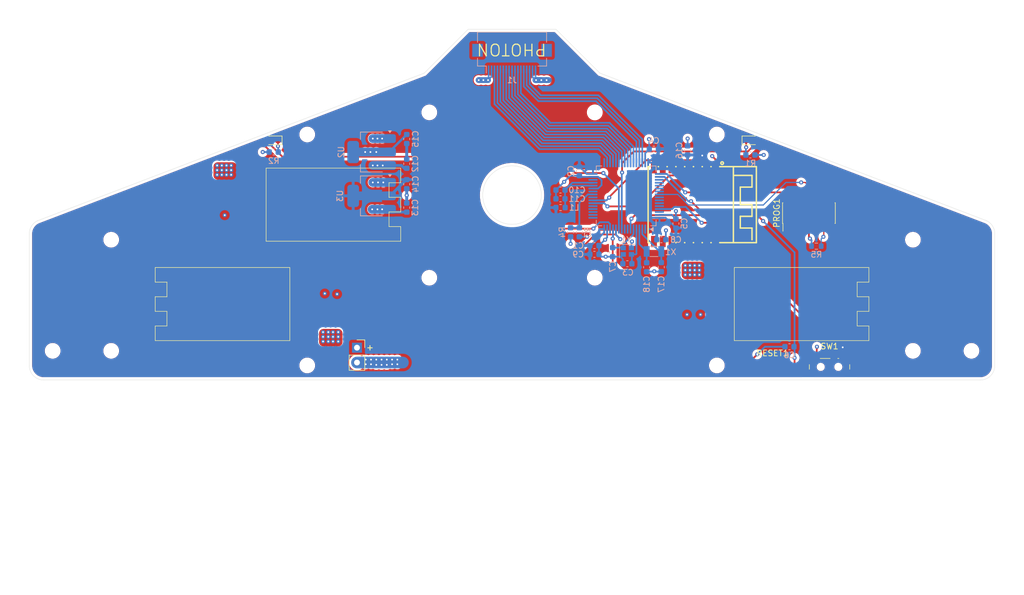
<source format=kicad_pcb>
(kicad_pcb (version 20240108) (generator "pcbnew") (generator_version "8.0")
  (layers (0 "F.Cu" signal) (1 "In1.Cu" signal) (2 "In2.Cu" signal) (31 "B.Cu" signal) (34 "B.Paste" user) (35 "F.Paste" user) (36 "B.SilkS" user "B.Silkscreen") (37 "F.SilkS" user "F.Silkscreen") (38 "B.Mask" user) (39 "F.Mask" user) (44 "Edge.Cuts" user))
  (net 0 "")
  (net 1 "GND")
  (net 2 "+3.3V")
  (net 3 "/HSE_IN")
  (net 4 "NRST")
  (net 5 "/HSE_OUT")
  (net 6 "VREF+")
  (net 7 "Net-(C12-Pad2)")
  (net 8 "VDC")
  (net 9 "+5V")
  (net 10 "/LSE_IN")
  (net 11 "/LSE_OUT")
  (net 12 "Net-(D1-K)")
  (net 13 "LED2")
  (net 14 "Net-(D2-K)")
  (net 15 "LED1")
  (net 16 "SENSOR5")
  (net 17 "SENSOR12")
  (net 18 "SENSOR7")
  (net 19 "LEDON")
  (net 20 "SENSOR9")
  (net 21 "SENSOR8")
  (net 22 "SENSOR10")
  (net 23 "SENSOR3")
  (net 24 "SENSOR4")
  (net 25 "SENSOR11")
  (net 26 "SENSOR6")
  (net 27 "SENSOR1")
  (net 28 "SENSOR2")
  (net 29 "+3V3")
  (net 30 "SYS_JTCK_SWCLK")
  (net 31 "SYS_JTMS_SWDIO")
  (net 32 "ADC")
  (net 33 "BOOT0")
  (net 34 "L_MOTOR")
  (net 35 "R_MOTOR")
  (net 36 "PA2")
  (net 37 "PA7")
  (net 38 "PB10")
  (net 39 "PA15")
  (net 40 "PB9")
  (net 41 "PB4")
  (net 42 "PB5")
  (net 43 "PC0")
  (net 44 "PB0")
  (net 45 "PB6")
  (net 46 "PB2")
  (net 47 "PA4")
  (net 48 "PB11")
  (net 50 "PB7")
  (net 51 "PC5")
  (net 52 "PD2")
  (net 53 "PA5")
  (net 54 "PA3")
  (net 55 "PC12")
  (net 56 "PC4")
  (net 57 "PC1")
  (net 58 "PA6")
  (net 60 "PC11")
  (net 61 "PC10")
  (net 77 "SYS_JTDO_SWO")
  (net 78 "Net-(PROG1-Pin_11)")
  (footprint "MountingHole:MountingHole_2.2mm_M2" (layer "F.Cu") (at 197.5 122.5)
    (property "Reference" "REF**" (hide yes))
    (property "Value" "MountingHole_2.2mm_M2" (hide yes))
  )
  (footprint "MountingHole:MountingHole_2.2mm_M2" (layer "F.Cu") (at 127.5 83)
    (property "Reference" "REF**" (hide yes))
    (property "Value" "MountingHole_2.2mm_M2" (hide yes))
  )
  (footprint "Connector:esc_littlebee" (layer "F.Cu") (at 124.525 105.75)
    (property "Reference" "REF**" (hide yes))
    (property "Value" "esc_littlebee")
  )
  (footprint "MountingHole:MountingHole_2.2mm_M2" (layer "F.Cu") (at 231 120)
    (property "Reference" "REF**" (hide yes))
    (property "Value" "MountingHole_2.2mm_M2" (hide yes))
  )
  (footprint "Button_Switch_SMD:SW_SPDT_PCM12" (layer "F.Cu") (at 216.75 122.425)
    (property "Reference" "SW1")
    (property "Value" "SW_DPDT_x2")
  )
  (footprint "MountingHole:MountingHole_2.2mm_M2" (layer "F.Cu") (at 148.36 107.5)
    (property "Reference" "REF**" (hide yes))
    (property "Value" "MountingHole_2.2mm_M2" (hide yes))
  )
  (footprint "MountingHole:MountingHole_2.2mm_M2" (layer "F.Cu") (at 148.36 79.22)
    (property "Reference" "REF**" (hide yes))
    (property "Value" "MountingHole_2.2mm_M2" (hide yes))
  )
  (footprint "MountingHole:MountingHole_2.2mm_M2" (layer "F.Cu") (at 84 120)
    (property "Reference" "REF**" (hide yes))
    (property "Value" "MountingHole_2.2mm_M2" (hide yes))
  )
  (footprint "MountingHole:MountingHole_2.2mm_M2" (layer "F.Cu") (at 241 120)
    (property "Reference" "REF**" (hide yes))
    (property "Value" "MountingHole_2.2mm_M2" (hide yes))
  )
  (footprint "MountingHole:MountingHole_2.2mm_M2" (layer "F.Cu") (at 127.5 122.5)
    (property "Reference" "REF**" (hide yes))
    (property "Value" "MountingHole_2.2mm_M2" (hide yes))
  )
  (footprint "MountingHole:MountingHole_2.2mm_M2" (layer "F.Cu") (at 176.64 79.22)
    (property "Reference" "REF**" (hide yes))
    (property "Value" "MountingHole_2.2mm_M2" (hide yes))
  )
  (footprint "Connector:esc_littlebee" (layer "F.Cu") (at 200.475 118.25 180)
    (property "Reference" "REF**" (hide yes))
    (property "Value" "esc_littlebee")
  )
  (footprint "LED_SMD:LED_0603_1608Metric" (layer "F.Cu") (at 203.2875 84)
    (property "Reference" "D1" (hide yes))
    (property "Value" "LED")
  )
  (footprint "MountingHole:MountingHole_2.2mm_M2" (layer "F.Cu") (at 176.64 107.5)
    (property "Reference" "REF**" (hide yes))
    (property "Value" "MountingHole_2.2mm_M2" (hide yes))
  )
  (footprint "MountingHole:MountingHole_2.2mm_M2" (layer "F.Cu") (at 94 101)
    (property "Reference" "REF**" (hide yes))
    (property "Value" "MountingHole_2.2mm_M2")
  )
  (footprint "hc-04:hc-04" (layer "F.Cu") (at 192 95 -90)
    (property "Reference" "U4" (hide yes))
    (property "Value" "HC-04S" (hide yes))
  )
  (footprint "Connector_PinSocket_2.54mm:PinSocket_1x02_P2.54mm_Vertical" (layer "F.Cu") (at 136 119.46)
    (property "Reference" "VIN1" (hide yes))
    (property "Value" "Conn_01x02" (hide yes))
  )
  (footprint "Connector_PinHeader_1.27mm:PinHeader_2x07_P1.27mm_Vertical_SMD" (layer "F.Cu") (at 213.23 96.45 90)
    (property "Reference" "PROG1")
    (property "Value" "Conn_02x07_Odd_Even")
  )
  (footprint "MountingHole:MountingHole_2.2mm_M2" (layer "F.Cu") (at 94 120)
    (property "Reference" "REF**" (hide yes))
    (property "Value" "MountingHole_2.2mm_M2" (hide yes))
  )
  (footprint "Button_Switch_SMD:SW_SPST_CK_RS282G05A3" (layer "F.Cu") (at 207 123)
    (property "Reference" "RESET1")
    (property "Value" "SW_SPST")
  )
  (footprint "MountingHole:MountingHole_2.2mm_M2" (layer "F.Cu") (at 231 101)
    (property "Reference" "REF**" (hide yes))
    (property "Value" "MountingHole_2.2mm_M2" (hide yes))
  )
  (footprint "MountingHole:MountingHole_2.2mm_M2" (layer "F.Cu") (at 197.5 83)
    (property "Reference" "REF**" (hide yes))
    (property "Value" "MountingHole_2.2mm_M2" (hide yes))
  )
  (footprint "LED_SMD:LED_0603_1608Metric" (layer "F.Cu") (at 121.7125 84 180)
    (property "Reference" "D2" (hide yes))
    (property "Value" "LED" (hide yes))
  )
  (footprint "Connector:esc_littlebee" (layer "F.Cu") (at 120.475 101.25 180)
    (property "Reference" "REF**" (hide yes))
    (property "Value" "esc_littlebee" (hide yes))
  )
  (footprint "Inductor_SMD:L_0603_1608Metric" (layer "B.Cu") (at 170.7875 95.5)
    (property "Reference" "L1")
    (property "Value" "27nH")
  )
  (footprint "Capacitor_SMD:C_0603_1608Metric" (layer "B.Cu") (at 179.7 103.125 -90)
    (property "Reference" "C7")
    (property "Value" "6p8")
  )
  (footprint "Capacitor_SMD:C_0603_1608Metric" (layer "B.Cu") (at 188 105.675 90)
    (property "Reference" "C17")
    (property "Value" "5p1")
  )
  (footprint "Capacitor_SMD:C_0603_1608Metric" (layer "B.Cu") (at 188 101)
    (property "Reference" "C8")
    (property "Value" "100n")
  )
  (footprint "Capacitor_SMD:C_0603_1608Metric" (layer "B.Cu") (at 144.5 83.775 -90)
    (property "Reference" "C15")
    (property "Value" "10u")
  )
  (footprint "Capacitor_SMD:C_0603_1608Metric" (layer "B.Cu") (at 190.5 98.225 90)
    (property "Reference" "C5")
    (property "Value" "100n")
  )
  (footprint "Package_QFP:LQFP-64_10x10mm_P0.5mm" (layer "B.Cu") (at 182 93.5 90)
    (property "Reference" "U1" (hide yes))
    (property "Value" "STM32G474RBTx")
  )
  (footprint "Package_TO_SOT_SMD:SOT-223-3_TabPin2" (layer "B.Cu") (at 138.5 93.5 180)
    (property "Reference" "U3")
    (property "Value" "LM1117MP-3.3")
  )
  (footprint "Capacitor_SMD:C_0603_1608Metric" (layer "B.Cu") (at 186.725 85.5 180)
    (property "Reference" "C4")
    (property "Value" "100n")
  )
  (footprint "Capacitor_SMD:C_0603_1608Metric" (layer "B.Cu") (at 174 89.275 -90)
    (property "Reference" "C2")
    (property "Value" "100n")
  )
  (footprint "Capacitor_SMD:C_0603_1608Metric" (layer "B.Cu") (at 185.5 105.7 90)
    (property "Reference" "C18")
    (property "Value" "5p1")
  )
  (footprint "Crystal:Crystal_SMD_2016-4Pin_2.0x1.6mm" (layer "B.Cu") (at 182.2 102.95)
    (property "Reference" "Y1")
    (property "Value" "Crystal_GND24" (hide yes))
  )
  (footprint "Package_TO_SOT_SMD:SOT-223-3_TabPin2" (layer "B.Cu") (at 138.5 86 180)
    (property "Reference" "U2")
    (property "Value" "LM1117MP-5.0")
  )
  (footprint "Capacitor_SMD:C_0603_1608Metric" (layer "B.Cu") (at 203.225 86.5)
    (property "Reference" "R1")
    (property "Value" "510")
  )
  (footprint "Capacitor_SMD:C_0603_1608Metric" (layer "B.Cu") (at 182.2 105.1 180)
    (property "Reference" "C3")
    (property "Value" "6p8")
  )
  (footprint "Capacitor_SMD:C_0603_1608Metric" (layer "B.Cu") (at 144.5 95.5 90)
    (property "Reference" "C13")
    (property "Value" "10u")
  )
  (footprint "Capacitor_SMD:C_0603_1608Metric" (layer "B.Cu") (at 121.775 86 180)
    (property "Reference" "R2")
    (property "Value" "510")
  )
  (footprint "Capacitor_SMD:C_0603_1608Metric" (layer "B.Cu") (at 144.5 91.5 -90)
    (property "Reference" "C14")
    (property "Value" "10u")
  )
  (footprint "Connector_FFC-FPC:Hirose_FH12-17S-0.5SH_1x17-1MP_P0.50mm_Horizontal" (layer "B.Cu") (at 162.5 70)
    (property "Reference" "J1")
    (property "Value" "Conn_01x17")
  )
  (footprint "Capacitor_SMD:C_0603_1608Metric" (layer "B.Cu") (at 144.5 88 90)
    (property "Reference" "C12")
    (property "Value" "10u")
  )
  (footprint "Capacitor_SMD:C_0603_1608Metric" (layer "B.Cu") (at 174 99.725 90)
    (property "Reference" "R3")
    (property "Value" "330K")
  )
  (footprint "Capacitor_SMD:C_0603_1608Metric" (layer "B.Cu") (at 176.575 102)
    (property "Reference" "C1")
    (property "Value" "4u7")
  )
  (footprint "Capacitor_SMD:C_0603_1608Metric" (layer "B.Cu") (at 209.9 119.3)
    (property "Reference" "C6")
    (property "Value" "100n")
  )
  (footprint "Capacitor_SMD:C_0603_1608Metric" (layer "B.Cu") (at 172.5 99.725 -90)
    (property "Reference" "R4")
    (property "Value" "200K")
  )
  (footprint "Capacitor_SMD:C_0603_1608Metric" (layer "B.Cu") (at 176.575 103.5)
    (property "Reference" "C9")
    (property "Value" "100n")
  )
  (footprint "Capacitor_SMD:C_0603_1608Metric" (layer "B.Cu") (at 170.775 92.5 180)
    (property "Reference" "C10")
    (property "Value" "1u")
  )
  (footprint "Capacitor_SMD:C_0603_1608Metric" (layer "B.Cu") (at 192.5 85.725 -90)
    (property "Reference" "C16")
    (property "Value" "0.1u")
  )
  (footprint "Capacitor_SMD:C_0603_1608Metric" (layer "B.Cu") (at 170.775 94 180)
    (property "Reference" "C11")
    (property "Value" "100n")
  )
  (footprint "Crystal:Crystal_SMD_3215-2Pin_3.2x1.5mm" (layer "B.Cu") (at 186.75 103 180)
    (property "Reference" "X1")
    (property "Value" "32.768KHz" (hide yes))
  )
  (footprint "Resistor_SMD:R_0603_1608Metric" (layer "B.Cu") (at 214.5 102.1)
    (property "Reference" "R5")
    (property "Value" "100R")
  )
  (gr_circle (center 162.5 93.36) (end 167.5 93.36) (stroke (width 0.05)) (fill none) (layer "Edge.Cuts"))
  (gr_arc (start 245 122.5) (mid 244.267767 124.267767) (end 242.5 125) (stroke (width 0.05)) (layer "Edge.Cuts"))
  (gr_arc (start 82.5 125) (mid 80.732233 124.267767) (end 80 122.5) (stroke (width 0.05)) (layer "Edge.Cuts"))
  (gr_line (start 170 65) (end 162.5 65) (stroke (width 0.05)) (layer "Edge.Cuts"))
  (gr_line (start 147.5 72.5) (end 155 65) (stroke (width 0.05)) (layer "Edge.Cuts"))
  (gr_line (start 245 122.5) (end 245 100) (stroke (width 0.05)) (layer "Edge.Cuts"))
  (gr_line (start 82.5 125) (end 242.5 125) (stroke (width 0.05)) (layer "Edge.Cuts"))
  (gr_line (start 243.618034 97.763932) (end 177.5 72.5) (stroke (width 0.05)) (layer "Edge.Cuts"))
  (gr_arc (start 243.618034 97.763932) (mid 244.626627 98.685672) (end 245 100) (stroke (width 0.05)) (layer "Edge.Cuts"))
  (gr_line (start 81.381966 97.763932) (end 147.5 72.5) (stroke (width 0.05)) (layer "Edge.Cuts"))
  (gr_arc (start 80 100) (mid 80.373373 98.685672) (end 81.381966 97.763932) (stroke (width 0.05)) (layer "Edge.Cuts"))
  (gr_line (start 80 122.5) (end 80 100) (stroke (width 0.05)) (layer "Edge.Cuts"))
  (gr_line (start 155 65) (end 162.5 65) (stroke (width 0.05)) (layer "Edge.Cuts"))
  (gr_line (start 177.5 72.5) (end 170 65) (stroke (width 0.05)) (layer "Edge.Cuts"))
  (gr_text "PHOTON" (at 168.5 67.3 180) (layer "F.SilkS") (effects (font (size 2 2) (thickness 0.2) (bold yes)) (justify left bottom)))
  (gr_text "+" (at 137.5 120 0) (layer "F.SilkS") (effects (font (size 1 1) (thickness 0.16)) (justify left bottom)))
  (segment (start 204.4 120.6) (end 203.1 121.9) (width 0.3) (layer "F.Cu") (net 1))
  (segment (start 203.1 121.9) (end 203.1 123) (width 0.3) (layer "F.Cu") (net 1))
  (segment (start 197.2501 87.2501) (end 196.7 86.7) (width 0.3) (layer "F.Cu") (net 1))
  (segment (start 213.23 98.4) (end 213.23 100.63) (width 0.3) (layer "F.Cu") (net 1))
  (segment (start 196.7 86.7) (end 196.6 86.6) (width 0.3) (layer "F.Cu") (net 1))
  (segment (start 213.23 100.63) (end 213.4 100.8) (width 0.3) (layer "F.Cu") (net 1))
  (segment (start 197.2501 88.7002) (end 197.2501 87.2501) (width 0.3) (layer "F.Cu") (net 1))
  (segment (start 214.5 120.995) (end 214.6 119.3) (width 0.3) (layer "F.Cu") (net 1))
  (segment (start 211.96 98.4) (end 213.23 98.4) (width 0.3) (layer "F.Cu") (net 1))
  (segment (start 214.6 119.3) (end 214.5 119.3) (width 0.3) (layer "F.Cu") (net 1))
  (via (at 137.5 122.3) (size 0.7) (drill 0.3) (layers "F.Cu" "B.Cu") (net 1))
  (via (at 204.4 120.6) (size 0.7) (drill 0.3) (layers "F.Cu" "B.Cu") (net 1))
  (via (at 140.3 83.7) (size 0.7) (drill 0.3) (layers "F.Cu" "B.Cu") (net 1))
  (via (at 130.5 110.2) (size 0.7) (drill 0.3) (layers "F.Cu" "B.Cu") (net 1))
  (via (at 138.4 121.5) (size 0.7) (drill 0.3) (layers "F.Cu" "B.Cu") (net 1))
  (via (at 194.5 105.4) (size 0.7) (drill 0.3) (layers "F.Cu" "B.Cu") (net 1))
  (via (at 178.4 101) (size 0.7) (drill 0.3) (layers "F.Cu" "B.Cu") (net 1))
  (via (at 178.5 103.9) (size 0.7) (drill 0.3) (layers "F.Cu" "B.Cu") (net 1))
  (via (at 138.7 83.7) (size 0.7) (drill 0.3) (layers "F.Cu" "B.Cu") (net 1))
  (via (at 114.5 89.9) (size 0.7) (drill 0.3) (layers "F.Cu" "B.Cu") (net 1))
  (via (at 141.1 122.4) (size 0.7) (drill 0.3) (layers "F.Cu" "B.Cu") (net 1))
  (via (at 186.8 106.4) (size 0.7) (drill 0.3) (layers "F.Cu" "B.Cu") (net 1))
  (via (at 113.7 88.3) (size 0.7) (drill 0.3) (layers "F.Cu" "B.Cu") (net 1))
  (via (at 138.4 122.3) (size 0.7) (drill 0.3) (layers "F.Cu" "B.Cu") (net 1))
  (via (at 142 121.5) (size 0.7) (drill 0.3) (layers "F.Cu" "B.Cu") (net 1))
  (via (at 112.9 89.9) (size 0.7) (drill 0.3) (layers "F.Cu" "B.Cu") (net 1))
  (via (at 113.4 96.8) (size 0.7) (drill 0.3) (layers "F.Cu" "B.Cu") (net 1))
  (via (at 114.5 89.1) (size 0.7) (drill 0.3) (layers "F.Cu" "B.Cu") (net 1))
  (via (at 192.9 107) (size 0.7) (drill 0.3) (layers "F.Cu" "B.Cu") (net 1))
  (via (at 192.1 107) (size 0.7) (drill 0.3) (layers "F.Cu" "B.Cu") (net 1))
  (via (at 139.3 122.4) (size 0.7) (drill 0.3) (layers "F.Cu" "B.Cu") (net 1))
  (via (at 193.7 106.2) (size 0.7) (drill 0.3) (layers "F.Cu" "B.Cu") (net 1))
  (via (at 137.5 121.5) (size 0.7) (drill 0.3) (layers "F.Cu" "B.Cu") (net 1))
  (via (at 112.9 89.1) (size 0.7) (drill 0.3) (layers "F.Cu" "B.Cu") (net 1))
  (via (at 130.2 117.6) (size 0.7) (drill 0.3) (layers "F.Cu" "B.Cu") (net 1))
  (via (at 130.2 118.4) (size 0.7) (drill 0.3) (layers "F.Cu" "B.Cu") (net 1))
  (via (at 139.5 83.7) (size 0.7) (drill 0.3) (layers "F.Cu" "B.Cu") (net 1))
  (via (at 192.4 113.8) (size 0.7) (drill 0.3) (layers "F.Cu" "B.Cu") (net 1))
  (via (at 140.5 91.2) (size 0.7) (drill 0.3) (layers "F.Cu" "B.Cu") (net 1))
  (via (at 114.5 88.3) (size 0.7) (drill 0.3) (layers "F.Cu" "B.Cu") (net 1))
  (via (at 131.9 118.4) (size 0.7) (drill 0.3) (layers "F.Cu" "B.Cu") (net 1))
  (via (at 188.8 99.4) (size 0.7) (drill 0.3) (layers "F.Cu" "B.Cu") (net 1))
  (via (at 131.9 116.8) (size 0.7) (drill 0.3) (layers "F.Cu" "B.Cu") (net 1))
  (via (at 112.9 88.3) (size 0.7) (drill 0.3) (layers "F.Cu" "B.Cu") (net 1))
  (via (at 131.1 117.6) (size 0.7) (drill 0.3) (layers "F.Cu" "B.Cu") (net 1))
  (via (at 142 122.3) (size 0.7) (drill 0.3) (layers "F.Cu" "B.Cu") (net 1))
  (via (at 141.1 121.5) (size 0.7) (drill 0.3) (layers "F.Cu" "B.Cu") (net 1))
  (via (at 171.4 91.1) (size 0.7) (drill 0.3) (layers "F.Cu" "B.Cu") (net 1))
  (via (at 140.2 121.5) (size 0.7) (drill 0.3) (layers "F.Cu" "B.Cu") (net 1))
  (via (at 132.6 110.3) (size 0.7) (drill 0.3) (layers "F.Cu" "B.Cu") (net 1))
  (via (at 167.5 73.7) (size 0.7) (drill 0.3) (layers "F.Cu" "B.Cu") (net 1))
  (via (at 140.2 122.4) (size 0.7) (drill 0.3) (layers "F.Cu" "B.Cu") (net 1))
  (via (at 132.8 116.8) (size 0.7) (drill 0.3) (layers "F.Cu" "B.Cu") (net 1))
  (via (at 168.4 73.7) (size 0.7) (drill 0.3) (layers "F.Cu" "B.Cu") (net 1))
  (via (at 132.8 117.6) (size 0.7) (drill 0.3) (layers "F.Cu" "B.Cu") (net 1))
  (via (at 183 101.3) (size 0.7) (drill 0.3) (layers "F.Cu" "B.Cu") (net 1))
  (via (at 194.5 107) (size 0.7) (drill 0.3) (layers "F.Cu" "B.Cu") (net 1))
  (via (at 131.1 116.8) (size 0.7) (drill 0.3) (layers "F.Cu" "B.Cu") (net 1))
  (via (at 112.1 89.9) (size 0.7) (drill 0.3) (layers "F.Cu" "B.Cu") (net 1))
  (via (at 214.6 119.3) (size 0.7) (drill 0.3) (layers "F.Cu" "B.Cu") (net 1))
  (via (at 113.7 89.1) (size 0.7) (drill 0.3) (layers "F.Cu" "B.Cu") (net 1))
  (via (at 142.9 121.5) (size 0.7) (drill 0.3) (layers "F.Cu" "B.Cu") (net 1))
  (via (at 192.5 83.7) (size 0.7) (drill 0.3) (layers "F.Cu" "B.Cu") (net 1))
  (via (at 192.9 105.4) (size 0.7) (drill 0.3) (layers "F.Cu" "B.Cu") (net 1))
  (via (at 130.2 116.8) (size 0.7) (drill 0.3) (layers "F.Cu" "B.Cu") (net 1))
  (via (at 142.9 122.3) (size 0.7) (drill 0.3) (layers "F.Cu" "B.Cu") (net 1))
  (via (at 193.7 105.4) (size 0.7) (drill 0.3) (layers "F.Cu" "B.Cu") (net 1))
  (via (at 192.9 106.2) (size 0.7) (drill 0.3) (layers "F.Cu" "B.Cu") (net 1))
  (via (at 119.9 86) (size 0.7) (drill 0.3) (layers "F.Cu" "B.Cu") (net 1))
  (via (at 132.8 118.4) (size 0.7) (drill 0.3) (layers "F.Cu" "B.Cu") (net 1))
  (via (at 113.7 89.9) (size 0.7) (drill 0.3) (layers "F.Cu" "B.Cu") (net 1))
  (via (at 131.1 118.4) (size 0.7) (drill 0.3) (layers "F.Cu" "B.Cu") (net 1))
  (via (at 194.5 106.2) (size 0.7) (drill 0.3) (layers "F.Cu" "B.Cu") (net 1))
  (via (at 139.3 121.5) (size 0.7) (drill 0.3) (layers "F.Cu" "B.Cu") (net 1))
  (via (at 194.7 113.8) (size 0.7) (drill 0.3) (layers "F.Cu" "B.Cu") (net 1))
  (via (at 196.7 86.7) (size 0.7) (drill 0.3) (layers "F.Cu" "B.Cu") (net 1))
  (via (at 144.5 93.4) (size 0.7) (drill 0.3) (layers "F.Cu" "B.Cu") (net 1))
  (via (at 193.7 107) (size 0.7) (drill 0.3) (layers "F.Cu" "B.Cu") (net 1))
  (via (at 166.6 73.7) (size 0.7) (drill 0.3) (layers "F.Cu" "B.Cu") (net 1))
  (via (at 185.9 83.8) (size 0.7) (drill 0.3) (layers "F.Cu" "B.Cu") (net 1))
  (via (at 192.1 106.2) (size 0.7) (drill 0.3) (layers "F.Cu" "B.Cu") (net 1))
  (via (at 213.4 100.8) (size 0.7) (drill 0.3) (layers "F.Cu" "B.Cu") (net 1))
  (via (at 192.1 105.4) (size 0.7) (drill 0.3) (layers "F.Cu" "B.Cu") (net 1))
  (via (at 138.7 91.2) (size 0.7) (drill 0.3) (layers "F.Cu" "B.Cu") (net 1))
  (via (at 112.1 89.1) (size 0.7) (drill 0.3) (layers "F.Cu" "B.Cu") (net 1))
  (via (at 205.5 86.5) (size 0.7) (drill 0.3) (layers "F.Cu" "B.Cu") (net 1))
  (via (at 131.9 117.6) (size 0.7) (drill 0.3) (layers "F.Cu" "B.Cu") (net 1))
  (via (at 190.5 96.1) (size 0.7) (drill 0.3) (layers "F.Cu" "B.Cu") (net 1))
  (via (at 139.6 91.2) (size 0.7) (drill 0.3) (layers "F.Cu" "B.Cu") (net 1))
  (via (at 112.1 88.3) (size 0.7) (drill 0.3) (layers "F.Cu" "B.Cu") (net 1))
  (via (at 172.5 101.7) (size 0.7) (drill 0.3) (layers "F.Cu" "B.Cu") (net 1))
  (segment (start 177.75 103.9) (end 177.35 103.5) (width 0.3) (layer "B.Cu") (net 1))
  (segment (start 179.7 103.9) (end 181 103.9) (width 0.3) (layer "B.Cu") (net 1))
  (segment (start 183 101.3) (end 183.1 101.2) (width 0.3) (layer "B.Cu") (net 1))
  (segment (start 204.4 120.6) (end 205.7 119.3) (width 0.3) (layer "B.Cu") (net 1))
  (segment (start 166.5 73.7) (end 168.4 73.7) (width 1) (layer "B.Cu") (net 1))
  (segment (start 185.525 106.45) (end 185.5 106.475) (width 0.3) (layer "B.Cu") (net 1))
  (segment (start 186.85 106.45) (end 186.8 106.4) (width 0.3) (layer "B.Cu") (net 1))
  (segment (start 185.25 86.2) (end 185.95 85.5) (width 0.3) (layer "B.Cu") (net 1))
  (segment (start 172.5 100.5) (end 172.5 101.7) (width 0.3) (layer "B.Cu") (net 1))
  (segment (start 167.5 73.7) (end 166.6 73.7) (width 1) (layer "B.Cu") (net 1))
  (segment (start 192.5 84.95) (end 192.5 83.7) (width 0.3) (layer "B.Cu") (net 1))
  (segment (start 213.675 101.075) (end 213.4 100.8) (width 0.3) (layer "B.Cu") (net 1))
  (segment (start 177.20312 92.25) (end 177.8 91.65312) (width 0.3) (layer "B.Cu") (net 1))
  (segment (start 178.4 101) (end 178.4 100.95) (width 0.3) (layer "B.Cu") (net 1))
  (segment (start 177.8 90.84688) (end 177.20312 90.25) (width 0.3) (layer "B.Cu") (net 1))
  (segment (start 181.425 104.325) (end 181 103.9) (width 0.3) (layer "B.Cu") (net 1))
  (segment (start 140.3 83.7) (end 139.5 83.7) (width 1.5) (layer "B.Cu") (net 1))
  (segment (start 213.675 102) (end 213.675 101.075) (width 0.3) (layer "B.Cu") (net 1))
  (segment (start 172.45 90.05) (end 171.4 91.1) (width 0.3) (layer "B.Cu") (net 1))
  (segment (start 190.5 97.45) (end 189.8 96.75) (width 0.3) (layer "B.Cu") (net 1))
  (segment (start 139.4 91.2) (end 138.7 91.2) (width 1.5) (layer "B.Cu") (net 1))
  (segment (start 204 86.5) (end 205.5 86.5) (width 0.3) (layer "B.Cu") (net 1))
  (segment (start 188.775 101) (end 188.775 99.425) (width 0.3) (layer "B.Cu") (net 1))
  (segment (start 190.5 97.45) (end 190.5 96.1) (width 0.3) (layer "B.Cu") (net 1))
  (segment (start 179.7 103.9) (end 178.5 103.9) (width 0.3) (layer "B.Cu") (net 1))
  (segment (start 166 73.2) (end 166.5 73.7) (width 0.3) (layer "B.Cu") (net 1))
  (segment (start 181.1 103.9) (end 181.5 103.5) (width 0.3) (layer "B.Cu") (net 1))
  (segment (start 166.6 73.7) (end 166.5 73.7) (width 1) (layer "B.Cu") (net 1))
  (segment (start 205.7 119.3) (end 209.125 119.3) (width 0.3) (layer "B.Cu") (net 1))
  (segment (start 140.1 91.2) (end 139.4 91.2) (width 1.5) (layer "B.Cu") (net 1))
  (segment (start 178.4 100.95) (end 178.75 100.6) (width 0.3) (layer "B.Cu") (net 1))
  (segment (start 178.5 103.9) (end 177.75 103.9) (width 0.3) (layer "B.Cu") (net 1))
  (segment (start 166 71.85) (end 166 73.2) (width 0.3) (layer "B.Cu") (net 1))
  (segment (start 185.95 85.5) (end 185.95 83.85) (width 0.3) (layer "B.Cu") (net 1))
  (segment (start 174.2 90.25) (end 176.325 90.25) (width 0.3) (layer "B.Cu") (net 1))
  (segment (start 174 90.05) (end 174.2 90.25) (width 0.3) (layer "B.Cu") (net 1))
  (segment (start 119.9 86) (end 119.8 86) (width 0.3) (layer "B.Cu") (net 1))
  (segment (start 139.5 83.7) (end 138.7 83.7) (width 1.5) (layer "B.Cu") (net 1))
  (segment (start 189.8 96.75) (end 187.675 96.75) (width 0.3) (layer "B.Cu") (net 1))
  (segment (start 174 90.05) (end 172.45 90.05) (width 0.3) (layer "B.Cu") (net 1))
  (segment (start 181.425 105.1) (end 181.425 104.325) (width 0.3) (layer "B.Cu") (net 1))
  (segment (start 185.95 83.85) (end 185.9 83.8) (width 0.3) (layer "B.Cu") (net 1))
  (segment (start 188 106.45) (end 186.85 106.45) (width 0.3) (layer "B.Cu") (net 1))
  (segment (start 176.325 92.25) (end 177.20312 92.25) (width 0.3) (layer "B.Cu") (net 1))
  (segment (start 186.8 106.4) (end 186.75 106.45) (width 0.3) (layer "B.Cu") (net 1))
  (segment (start 144.5 93.4) (end 144.5 92.275) (width 0.5) (layer "B.Cu") (net 1))
  (segment (start 141.65 91.2) (end 140.1 91.2) (width 1.5) (layer "B.Cu") (net 1))
  (segment (start 136 122) (end 143.85 122) (width 2) (layer "B.Cu") (net 1))
  (segment (start 186.75 106.45) (end 185.525 106.45) (width 0.3) (layer "B.Cu") (net 1))
  (segment (start 178.35 101) (end 178.4 101) (width 0.3) (layer "B.Cu") (net 1))
  (segment (start 141.65 83.7) (end 140.3 83.7) (width 1.5) (layer "B.Cu") (net 1))
  (segment (start 177.35 103.5) (end 177.35 102) (width 0.3) (layer "B.Cu") (net 1))
  (segment (start 181 103.9) (end 181.1 103.9) (width 0.3) (layer "B.Cu") (net 1))
  (segment (start 121 86) (end 119.9 86) (width 0.3) (layer "B.Cu") (net 1))
  (segment (start 144.5 94.725) (end 144.5 93.4) (width 0.5) (layer "B.Cu") (net 1))
  (segment (start 177.20312 90.25) (end 176.325 90.25) (width 0.3) (layer "B.Cu") (net 1))
  (segment (start 182.9 102.4) (end 182.9 101.4) (width 0.3) (layer "B.Cu") (net 1))
  (segment (start 177.35 102) (end 178.35 101) (width 0.3) (layer "B.Cu") (net 1))
  (segment (start 188.775 99.425) (end 188.8 99.4) (width 0.3) (layer "B.Cu") (net 1))
  (segment (start 170 94) (end 170 92.5) (width 0.3) (layer "B.Cu") (net 1))
  (segment (start 182.9 101.4) (end 183 101.3) (width 0.3) (layer "B.Cu") (net 1))
  (segment (start 166.5 71.85) (end 166.5 73.7) (width 0.3) (layer "B.Cu") (net 1))
  (segment (start 178.75 100.6) (end 178.75 99.175) (width 0.3) (layer "B.Cu") (net 1))
  (segment (start 171.4 91.1) (end 170 92.5) (width 0.3) (layer "B.Cu") (net 1))
  (segment (start 185.25 87.825) (end 185.25 86.2) (width 0.3) (layer "B.Cu") (net 1))
  (segment (start 168.4 73.7) (end 168.8 73.7) (width 1) (layer "B.Cu") (net 1))
  (segment (start 177.8 91.65312) (end 177.8 90.84688) (width 0.3) (layer "B.Cu") (net 1))
  (segment (start 219 119.4) (end 219 119.3) (width 0.3) (layer "F.Cu") (net 2))
  (segment (start 195.7499 88.6999) (end 195.7499 87.3499) (width 0.3) (layer "F.Cu") (net 2))
  (segment (start 195.7499 87.3499) (end 195 86.6) (width 0.3) (layer "F.Cu") (net 2))
  (segment (start 219 120.995) (end 219 119.4) (width 0.3) (layer "F.Cu") (net 2))
  (via (at 195 86.6) (size 0.7) (drill 0.3) (layers "F.Cu" "B.Cu") (net 2))
  (via (at 219 119.4) (size 0.7) (drill 0.3) (layers "F.Cu" "B.Cu") (net 2))
  (segment (start 185.75 87.825) (end 187.5 86.075) (width 0.3) (layer "B.Cu") (net 2))
  (segment (start 139.3 93.5) (end 141.65 93.5) (width 1.5) (layer "B.Cu") (net 2))
  (segment (start 144.425 90.725) (end 141.65 93.5) (width 0.5) (layer "B.Cu") (net 2))
  (segment (start 194.9 86.5) (end 195 86.6) (width 0.3) (layer "B.Cu") (net 2))
  (segment (start 178.25 99.175) (end 178.25 99.75) (width 0.3) (layer "B.Cu") (net 2))
  (segment (start 144.5 90.725) (end 144.425 90.725) (width 0.3) (layer "B.Cu") (net 2))
  (segment (start 138.3 93.5) (end 139.3 93.5) (width 1.5) (layer "B.Cu") (net 2))
  (segment (start 187.5 86.075) (end 187.5 85.5) (width 0.3) (layer "B.Cu") (net 2))
  (segment (start 176.325 89.75) (end 176.325 89.225) (width 0.3) (layer "B.Cu") (net 2))
  (segment (start 176.325 89.75) (end 175.25 89.75) (width 0.3) (layer "B.Cu") (net 2))
  (segment (start 187.675 97.25) (end 187.675 98.025) (width 0.3) (layer "B.Cu") (net 2))
  (segment (start 187.225 101) (end 187.225 99.825) (width 0.3) (layer "B.Cu") (net 2))
  (segment (start 178.25 99.175) (end 177.825 99.175) (width 0.3) (layer "B.Cu") (net 2))
  (segment (start 186.575 99.175) (end 185.75 99.175) (width 0.3) (layer "B.Cu") (net 2))
  (segment (start 175.8 103.5) (end 175.8 102) (width 0.3) (layer "B.Cu") (net 2))
  (segment (start 137.3 93.5) (end 138.3 93.5) (width 1.5) (layer "B.Cu") (net 2))
  (segment (start 135.35 93.5) (end 137.3 93.5) (width 1.5) (layer "B.Cu") (net 2))
  (segment (start 190.5 99) (end 188.75 97.25) (width 0.3) (layer "B.Cu") (net 2))
  (segment (start 176 102) (end 175.8 102) (width 0.3) (layer "B.Cu") (net 2))
  (segment (start 192.5 86.5) (end 194.9 86.5) (width 0.3) (layer "B.Cu") (net 2))
  (segment (start 178.25 99.75) (end 176 102) (width 0.3) (layer "B.Cu") (net 2))
  (segment (start 174 88.5) (end 175.25 89.75) (width 0.3) (layer "B.Cu") (net 2))
  (segment (start 187.675 97.25) (end 185.95 97.25) (width 0.3) (layer "B.Cu") (net 2))
  (segment (start 186.9 99.5) (end 186.575 99.175) (width 0.3) (layer "B.Cu") (net 2))
  (segment (start 188.75 97.25) (end 187.675 97.25) (width 0.3) (layer "B.Cu") (net 2))
  (segment (start 187.225 99.825) (end 186.9 99.5) (width 0.3) (layer "B.Cu") (net 2))
  (segment (start 183.65 103.5) (end 183.75 103.4) (width 0.3) (layer "B.Cu") (net 3))
  (segment (start 182.975 105.1) (end 182.975 103.575) (width 0.3) (layer "B.Cu") (net 3))
  (segment (start 182.975 103.575) (end 182.9 103.5) (width 0.3) (layer "B.Cu") (net 3))
  (segment (start 183.75 103.4) (end 183.75 99.175) (width 0.3) (layer "B.Cu") (net 3))
  (segment (start 182.9 103.5) (end 183.65 103.5) (width 0.3) (layer "B.Cu") (net 3))
  (segment (start 215.77 95.5) (end 214.47 96.8) (width 0.3) (layer "F.Cu") (net 4))
  (segment (start 204.1 96.8) (end 183.5 96.8) (width 0.3) (layer "F.Cu") (net 4))
  (segment (start 205.4 97.8) (end 204.4 96.8) (width 0.3) (layer "F.Cu") (net 4))
  (segment (start 210.775 122.875) (end 210.775 121.2) (width 0.3) (layer "F.Cu") (net 4))
  (segment (start 215.77 94.5) (end 215.77 95.5) (width 0.3) (layer "F.Cu") (net 4))
  (segment (start 214.47 96.8) (end 204.1 96.8) (width 0.3) (layer "F.Cu") (net 4))
  (segment (start 204.4 96.8) (end 204.1 96.8) (width 0.3) (layer "F.Cu") (net 4))
  (segment (start 183.5 96.8) (end 182.9 97.4) (width 0.3) (layer "F.Cu") (net 4))
  (via (at 210.775 121.2) (size 0.7) (drill 0.3) (layers "F.Cu" "B.Cu") (net 4))
  (via (at 205.4 97.8) (size 0.7) (drill 0.3) (layers "F.Cu" "B.Cu") (net 4))
  (via (at 182.9 97.4) (size 0.7) (drill 0.3) (layers "F.Cu" "B.Cu") (net 4))
  (segment (start 210.775 121.2) (end 210.775 103.175) (width 0.3) (layer "B.Cu") (net 4))
  (segment (start 182.75 97.55) (end 182.9 97.4) (width 0.3) (layer "B.Cu") (net 4))
  (segment (start 182.75 99.175) (end 182.75 97.55) (width 0.3) (layer "B.Cu") (net 4))
  (segment (start 210.775 103.175) (end 205.4 97.8) (width 0.3) (layer "B.Cu") (net 4))
  (segment (start 181.45 102.35) (end 181.5 102.4) (width 0.3) (layer "B.Cu") (net 5))
  (segment (start 179.7 102.35) (end 181.45 102.35) (width 0.3) (layer "B.Cu") (net 5))
  (segment (start 181.5 101.80312) (end 181.5 102.4) (width 0.3) (layer "B.Cu") (net 5))
  (segment (start 183.25 100.05312) (end 181.5 101.80312) (width 0.3) (layer "B.Cu") (net 5))
  (segment (start 183.25 99.175) (end 183.25 100.05312) (width 0.3) (layer "B.Cu") (net 5))
  (segment (start 172.3 91.75) (end 176.325 91.75) (width 0.3) (layer "B.Cu") (net 6))
  (segment (start 172.8 91.25) (end 176.325 91.25) (width 0.3) (layer "B.Cu") (net 6))
  (segment (start 171.575 94.025) (end 171.55 94) (width 0.3) (layer "B.Cu") (net 6))
  (segment (start 171.55 94) (end 171.55 92.5) (width 0.3) (layer "B.Cu") (net 6))
  (segment (start 171.55 92.5) (end 172.8 91.25) (width 0.3) (layer "B.Cu") (net 6))
  (segment (start 171.55 92.5) (end 172.3 91.75) (width 0.3) (layer "B.Cu") (net 6))
  (segment (start 171.575 95.5) (end 171.575 94.025) (width 0.3) (layer "B.Cu") (net 6))
  (segment (start 144.5 87.225) (end 144.5 84.55) (width 0.5) (layer "B.Cu") (net 7))
  (via (at 138.7 88.3) (size 0.7) (drill 0.3) (layers "F.Cu" "B.Cu") (net 8))
  (via (at 139.5 88.3) (size 0.7) (drill 0.3) (layers "F.Cu" "B.Cu") (net 8))
  (via (at 175.3 100.5) (size 0.7) (drill 0.3) (layers "F.Cu" "B.Cu") (net 8))
  (via (at 140.4 88.3) (size 0.7) (drill 0.3) (layers "F.Cu" "B.Cu") (net 8))
  (segment (start 139.5 88.3) (end 138.7 88.3) (width 1.5) (layer "B.Cu") (net 8))
  (segment (start 174 100.5) (end 175.3 100.5) (width 0.3) (layer "B.Cu") (net 8))
  (segment (start 143.6 88.3) (end 141.65 88.3) (width 0.5) (layer "B.Cu") (net 8))
  (segment (start 175.3 100.5) (end 175.4 100.5) (width 0.3) (layer "B.Cu") (net 8))
  (segment (start 140.2 88.3) (end 139.5 88.3) (width 1.5) (layer "B.Cu") (net 8))
  (segment (start 144.075 88.775) (end 143.6 88.3) (width 0.5) (layer "B.Cu") (net 8))
  (segment (start 141.65 88.3) (end 140.2 88.3) (width 1.5) (layer "B.Cu") (net 8))
  (segment (start 144.5 88.775) (end 144.075 88.775) (width 0.3) (layer "B.Cu") (net 8))
  (via (at 158.4 73.7) (size 0.7) (drill 0.3) (layers "F.Cu" "B.Cu") (net 9))
  (via (at 157.6 73.7) (size 0.7) (drill 0.3) (layers "F.Cu" "B.Cu") (net 9))
  (via (at 137.4 86) (size 0.7) (drill 0.3) (layers "F.Cu" "B.Cu") (net 9))
  (via (at 138.6 95.8) (size 0.7) (drill 0.3) (layers "F.Cu" "B.Cu") (net 9))
  (via (at 156.8 73.7) (size 0.7) (drill 0.3) (layers "F.Cu" "B.Cu") (net 9))
  (via (at 139.5 95.8) (size 0.7) (drill 0.3) (layers "F.Cu" "B.Cu") (net 9))
  (via (at 139.3 86) (size 0.7) (drill 0.3) (layers "F.Cu" "B.Cu") (net 9))
  (via (at 138.3 86) (size 0.7) (drill 0.3) (layers "F.Cu" "B.Cu") (net 9))
  (via (at 140.3 95.8) (size 0.7) (drill 0.3) (layers "F.Cu" "B.Cu") (net 9))
  (segment (start 156.8 73.7) (end 158.4 73.7) (width 1) (layer "B.Cu") (net 9))
  (segment (start 138.6 95.8) (end 138.7 95.8) (width 1.5) (layer "B.Cu") (net 9))
  (segment (start 139.5 95.8) (end 138.6 95.8) (width 1.5) (layer "B.Cu") (net 9))
  (segment (start 141.65 85.85) (end 141.65 86) (width 0.3) (layer "B.Cu") (net 9))
  (segment (start 159 71.85) (end 159 73.1) (width 0.3) (layer "B.Cu") (net 9))
  (segment (start 144.5 83) (end 141.65 85.85) (width 0.4) (layer "B.Cu") (net 9))
  (segment (start 141.65 95.8) (end 140.3 95.8) (width 1.5) (layer "B.Cu") (net 9))
  (segment (start 139.3 86) (end 141.65 86) (width 1.5) (layer "B.Cu") (net 9))
  (segment (start 142.125 96.275) (end 141.65 95.8) (width 0.3) (layer "B.Cu") (net 9))
  (segment (start 138.3 86) (end 139.3 86) (width 1.5) (layer "B.Cu") (net 9))
  (segment (start 135.35 86) (end 137.4 86) (width 1.5) (layer "B.Cu") (net 9))
  (segment (start 137.4 86) (end 138.3 86) (width 1.5) (layer "B.Cu") (net 9))
  (segment (start 159 73.1) (end 158.4 73.7) (width 0.3) (layer "B.Cu") (net 9))
  (segment (start 144.5 96.275) (end 142.125 96.275) (width 0.5) (layer "B.Cu") (net 9))
  (segment (start 156.9 73.7) (end 156.8 73.7) (width 1) (layer "B.Cu") (net 9))
  (segment (start 158.5 73.6) (end 158.4 73.7) (width 0.3) (layer "B.Cu") (net 9))
  (segment (start 140.3 95.8) (end 139.5 95.8) (width 1.5) (layer "B.Cu") (net 9))
  (segment (start 158.5 71.85) (end 158.5 73.6) (width 0.3) (layer "B.Cu") (net 9))
  (segment (start 188 104.9) (end 188 103) (width 0.3) (layer "B.Cu") (net 10))
  (segment (start 188 103) (end 187.69688 103) (width 0.3) (layer "B.Cu") (net 10))
  (segment (start 187.69688 103) (end 184.75 100.05312) (width 0.3) (layer "B.Cu") (net 10))
  (segment (start 184.75 100.05312) (end 184.75 99.175) (width 0.3) (layer "B.Cu") (net 10))
  (segment (start 185.5 104.925) (end 185.5 103) (width 0.3) (layer "B.Cu") (net 11))
  (segment (start 184.25 101.75) (end 184.25 99.175) (width 0.3) (layer "B.Cu") (net 11))
  (segment (start 185.5 103) (end 184.25 101.75) (width 0.3) (layer "B.Cu") (net 11))
  (segment (start 202.5 84) (end 202.5 85.2) (width 0.3) (layer "F.Cu") (net 12))
  (via (at 202.5 85.2) (size 0.7) (drill 0.3) (layers "F.Cu" "B.Cu") (net 12))
  (segment (start 202.45 85.25) (end 202.5 85.2) (width 0.3) (layer "B.Cu") (net 12))
  (segment (start 202.45 86.5) (end 202.45 85.25) (width 0.3) (layer "B.Cu") (net 12))
  (segment (start 202.78995 85.9) (end 204.075 84.61495) (width 0.3) (layer "F.Cu") (net 13))
  (segment (start 181.3 89.5) (end 181.3 87.9) (width 0.3) (layer "F.Cu") (net 13))
  (segment (start 181.3 87.9) (end 183.3 85.9) (width 0.3) (layer "F.Cu") (net 13))
  (segment (start 204.075 84.61495) (end 204.075 84) (width 0.3) (layer "F.Cu") (net 13))
  (segment (start 183.3 85.9) (end 202.78995 85.9) (width 0.3) (layer "F.Cu") (net 13))
  (via (at 181.3 89.5) (size 0.7) (drill 0.3) (layers "F.Cu" "B.Cu") (net 13))
  (segment (start 181.3 89.5) (end 181.25 89.55) (width 0.3) (layer "B.Cu") (net 13))
  (segment (start 181.25 89.55) (end 181.25 99.175) (width 0.3) (layer "B.Cu") (net 13))
  (segment (start 122.5 84) (end 122.5 85) (width 0.3) (layer "F.Cu") (net 14))
  (via (at 122.5 85) (size 0.7) (drill 0.3) (layers "F.Cu" "B.Cu") (net 14))
  (segment (start 122.55 86) (end 122.55 85.05) (width 0.3) (layer "B.Cu") (net 14))
  (segment (start 122.55 85.05) (end 122.5 85) (width 0.3) (layer "B.Cu") (net 14))
  (segment (start 178.1 89.6) (end 173.3 89.6) (width 0.3) (layer "F.Cu") (net 15))
  (segment (start 170.5 86.8) (end 123.250001 86.8) (width 0.3) (layer "F.Cu") (net 15))
  (segment (start 123.250001 86.8) (end 120.925 84.474999) (width 0.3) (layer "F.Cu") (net 15))
  (segment (start 173.3 89.6) (end 170.5 86.8) (width 0.3) (layer "F.Cu") (net 15))
  (segment (start 120.925 84.474999) (end 120.925 84) (width 0.3) (layer "F.Cu") (net 15))
  (via (at 178.1 89.6) (size 0.7) (drill 0.3) (layers "F.Cu" "B.Cu") (net 15))
  (segment (start 178.1 89.6) (end 180.75 92.25) (width 0.3) (layer "B.Cu") (net 15))
  (segment (start 180.75 92.25) (end 180.75 99.175) (width 0.3) (layer "B.Cu") (net 15))
  (segment (start 182.25 85.497132) (end 178.752868 82) (width 0.3) (layer "B.Cu") (net 16))
  (segment (start 168.649742 82) (end 163 76.350258) (width 0.3) (layer "B.Cu") (net 16))
  (segment (start 163 76.350258) (end 163 71.85) (width 0.3) (layer "B.Cu") (net 16))
  (segment (start 182.25 87.825) (end 182.25 85.497132) (width 0.3) (layer "B.Cu") (net 16))
  (segment (start 178.752868 82) (end 168.649742 82) (width 0.3) (layer "B.Cu") (net 16))
  (segment (start 177.30312 85.5) (end 167.2 85.5) (width 0.3) (layer "B.Cu") (net 17))
  (segment (start 167.2 85.5) (end 159.5 77.8) (width 0.3) (layer "B.Cu") (net 17))
  (segment (start 178.75 87.825) (end 178.75 86.94688) (width 0.3) (layer "B.Cu") (net 17))
  (segment (start 159.5 77.8) (end 159.5 71.85) (width 0.3) (layer "B.Cu") (net 17))
  (segment (start 178.75 86.94688) (end 177.30312 85.5) (width 0.3) (layer "B.Cu") (net 17))
  (segment (start 181.25 87.825) (end 181.25 85.911346) (width 0.3) (layer "B.Cu") (net 18))
  (segment (start 168.23553 83) (end 162 76.76447) (width 0.3) (layer "B.Cu") (net 18))
  (segment (start 178.338654 83) (end 168.23553 83) (width 0.3) (layer "B.Cu") (net 18))
  (segment (start 162 76.76447) (end 162 71.85) (width 0.3) (layer "B.Cu") (net 18))
  (segment (start 181.25 85.911346) (end 178.338654 83) (width 0.3) (layer "B.Cu") (net 18))
  (segment (start 184.75 83.794466) (end 177.255534 76.3) (width 0.3) (layer "B.Cu") (net 19))
  (segment (start 184.75 87.825) (end 184.75 83.794466) (width 0.3) (layer "B.Cu") (net 19))
  (segment (start 177.255534 76.3) (end 167.414212 76.3) (width 0.3) (layer "B.Cu") (net 19))
  (segment (start 165.5 74.385788) (end 165.5 71.85) (width 0.3) (layer "B.Cu") (net 19))
  (segment (start 167.414212 76.3) (end 165.5 74.385788) (width 0.3) (layer "B.Cu") (net 19))
  (segment (start 180.25 87.825) (end 180.25 86.32556) (width 0.3) (layer "B.Cu") (net 20))
  (segment (start 161 77.178682) (end 161 71.85) (width 0.3) (layer "B.Cu") (net 20))
  (segment (start 167.821318 84) (end 161 77.178682) (width 0.3) (layer "B.Cu") (net 20))
  (segment (start 180.25 86.32556) (end 177.92444 84) (width 0.3) (layer "B.Cu") (net 20))
  (segment (start 177.92444 84) (end 167.821318 84) (width 0.3) (layer "B.Cu") (net 20))
  (segment (start 161.5 76.971576) (end 161.5 71.85) (width 0.3) (layer "B.Cu") (net 21))
  (segment (start 180.75 86.118453) (end 178.131547 83.5) (width 0.3) (layer "B.Cu") (net 21))
  (segment (start 180.75 87.825) (end 180.75 86.118453) (width 0.3) (layer "B.Cu") (net 21))
  (segment (start 168.028424 83.5) (end 161.5 76.971576) (width 0.3) (layer "B.Cu") (net 21))
  (segment (start 178.131547 83.5) (end 168.028424 83.5) (width 0.3) (layer "B.Cu") (net 21))
  (segment (start 179.75 87.825) (end 179.75 86.94688) (width 0.3) (layer "B.Cu") (net 22))
  (segment (start 167.614212 84.5) (end 160.5 77.385788) (width 0.3) (layer "B.Cu") (net 22))
  (segment (start 179.750001 86.532668) (end 177.717333 84.5) (width 0.3) (layer "B.Cu") (net 22))
  (segment (start 177.717333 84.5) (end 167.614212 84.5) (width 0.3) (layer "B.Cu") (net 22))
  (segment (start 160.5 77.385788) (end 160.5 71.85) (width 0.3) (layer "B.Cu") (net 22))
  (segment (start 179.75 86.94688) (end 179.750001 86.532668) (width 0.3) (layer "B.Cu") (net 22))
  (segment (start 183.25 85.082918) (end 179.167082 81) (width 0.3) (layer "B.Cu") (net 23))
  (segment (start 169.063954 81) (end 164 75.936046) (width 0.3) (layer "B.Cu") (net 23))
  (segment (start 183.25 87.825) (end 183.25 85.082918) (width 0.3) (layer "B.Cu") (net 23))
  (segment (start 179.167082 81) (end 169.063954 81) (width 0.3) (layer "B.Cu") (net 23))
  (segment (start 164 75.936046) (end 164 71.85) (width 0.3) (layer "B.Cu") (net 23))
  (segment (start 178.959975 81.5) (end 168.856848 81.5) (width 0.3) (layer "B.Cu") (net 24))
  (segment (start 182.75 85.290025) (end 178.959975 81.5) (width 0.3) (layer "B.Cu") (net 24))
  (segment (start 163.5 76.143152) (end 163.5 71.85) (width 0.3) (layer "B.Cu") (net 24))
  (segment (start 168.856848 81.5) (end 163.5 76.143152) (width 0.3) (layer "B.Cu") (net 24))
  (segment (start 182.75 87.825) (end 182.75 85.290025) (width 0.3) (layer "B.Cu") (net 24))
  (segment (start 177.80312 85.292893) (end 177.510227 85) (width 0.3) (layer "B.Cu") (net 25))
  (segment (start 179.25 86.739774) (end 177.80312 85.292893) (width 0.3) (layer "B.Cu") (net 25))
  (segment (start 179.25 87.825) (end 179.25 86.739774) (width 0.3) (layer "B.Cu") (net 25))
  (segment (start 177.510227 85) (end 167.407106 85) (width 0.3) (layer "B.Cu") (net 25))
  (segment (start 160 77.592894) (end 160 71.85) (width 0.3) (layer "B.Cu") (net 25))
  (segment (start 167.407106 85) (end 160 77.592894) (width 0.3) (layer "B.Cu") (net 25))
  (segment (start 181.75 87.825) (end 181.75 85.704239) (width 0.3) (layer "B.Cu") (net 26))
  (segment (start 178.545761 82.5) (end 168.442636 82.5) (width 0.3) (layer "B.Cu") (net 26))
  (segment (start 162.5 76.557364) (end 162.5 71.85) (width 0.3) (layer "B.Cu") (net 26))
  (segment (start 181.75 85.704239) (end 178.545761 82.5) (width 0.3) (layer "B.Cu") (net 26))
  (segment (start 168.442636 82.5) (end 162.5 76.557364) (width 0.3) (layer "B.Cu") (net 26))
  (segment (start 184.25 84.001573) (end 184.25 87.825) (width 0.3) (layer "B.Cu") (net 27))
  (segment (start 165 74.592894) (end 167.207106 76.8) (width 0.3) (layer "B.Cu") (net 27))
  (segment (start 165 71.85) (end 165 74.592894) (width 0.3) (layer "B.Cu") (net 27))
  (segment (start 167.207106 76.8) (end 177.048427 76.8) (width 0.3) (layer "B.Cu") (net 27))
  (segment (start 177.048427 76.8) (end 184.25 84.001573) (width 0.3) (layer "B.Cu") (net 27))
  (segment (start 176.84132 77.3) (end 167 77.3) (width 0.3) (layer "B.Cu") (net 28))
  (segment (start 183.75 87.825) (end 183.75 84.20868) (width 0.3) (layer "B.Cu") (net 28))
  (segment (start 167 77.3) (end 164.5 74.8) (width 0.3) (layer "B.Cu") (net 28))
  (segment (start 164.5 74.8) (end 164.5 71.85) (width 0.3) (layer "B.Cu") (net 28))
  (segment (start 183.75 84.20868) (end 176.84132 77.3) (width 0.3) (layer "B.Cu") (net 28))
  (segment (start 193.086657 94.413343) (end 194.723314 96.05) (width 0.3) (layer "F.Cu") (net 30))
  (segment (start 194.723314 96.05) (end 211.95 96.05) (width 0.3) (layer "F.Cu") (net 30))
  (segment (start 211.95 96.05) (end 211.96 96.04) (width 0.3) (layer "F.Cu") (net 30))
  (segment (start 211.96 96.04) (end 211.96 94.5) (width 0.3) (layer "F.Cu") (net 30))
  (via (at 193.086657 94.413343) (size 0.7) (drill 0.3) (layers "F.Cu" "B.Cu") (net 30))
  (segment (start 189 90.78995) (end 189 90.69688) (width 0.3) (layer "B.Cu") (net 30))
  (segment (start 192.623393 94.413343) (end 189 90.78995) (width 0.3) (layer "B.Cu") (net 30))
  (segment (start 193.086657 94.413343) (end 192.623393 94.413343) (width 0.3) (layer "B.Cu") (net 30))
  (segment (start 188.55312 90.25) (end 187.675 90.25) (width 0.3) (layer "B.Cu") (net 30))
  (segment (start 189 90.69688) (end 188.55312 90.25) (width 0.3) (layer "B.Cu") (net 30))
  (segment (start 192.1 92.9) (end 192 92.9) (width 0.3) (layer "F.Cu") (net 31))
  (segment (start 210.69 94.5) (end 210.69 93.67) (width 0.3) (layer "F.Cu") (net 31))
  (segment (start 209.92 92.9) (end 192.1 92.9) (width 0.3) (layer "F.Cu") (net 31))
  (segment (start 210.69 93.67) (end 209.92 92.9) (width 0.3) (layer "F.Cu") (net 31))
  (via (at 192.1 92.9) (size 0.7) (drill 0.3) (layers "F.Cu" "B.Cu") (net 31))
  (segment (start 187.675 89.75) (end 188.95 89.75) (width 0.3) (layer "B.Cu") (net 31))
  (segment (start 188.95 89.75) (end 192.1 92.9) (width 0.3) (layer "B.Cu") (net 31))
  (segment (start 174 98.95) (end 174 94.69688) (width 0.3) (layer "B.Cu") (net 32))
  (segment (start 175.44688 93.25) (end 176.325 93.25) (width 0.3) (layer "B.Cu") (net 32))
  (segment (start 174 94.69688) (end 175.44688 93.25) (width 0.3) (layer "B.Cu") (net 32))
  (segment (start 172.5 98.95) (end 174 98.95) (width 0.3) (layer "B.Cu") (net 32))
  (segment (start 194.9 98.1) (end 194.8 98.1) (width 0.3) (layer "F.Cu") (net 33))
  (segment (start 217.5 120.995) (end 217.5 119.4) (width 0.3) (layer "F.Cu") (net 33))
  (segment (start 196.2 98.1) (end 194.9 98.1) (width 0.3) (layer "F.Cu") (net 33))
  (segment (start 217.5 119.4) (end 196.2 98.1) (width 0.3) (layer "F.Cu") (net 33))
  (via (at 194.9 98.1) (size 0.7) (drill 0.3) (layers "F.Cu" "B.Cu") (net 33))
  (segment (start 187.675 95.75) (end 189.86005 95.75) (width 0.3) (layer "B.Cu") (net 33))
  (segment (start 190.21005 95.4) (end 192.2 95.4) (width 0.3) (layer "B.Cu") (net 33))
  (segment (start 189.86005 95.75) (end 190.21005 95.4) (width 0.3) (layer "B.Cu") (net 33))
  (segment (start 192.2 95.4) (end 194.9 98.1) (width 0.3) (layer "B.Cu") (net 33))
  (segment (start 133.175 112.1) (end 131.525 113.75) (width 0.3) (layer "F.Cu") (net 34))
  (segment (start 181 100.9) (end 180.2 100.1) (width 0.3) (layer "F.Cu") (net 34))
  (segment (start 176.68995 100.1) (end 164.68995 112.1) (width 0.3) (layer "F.Cu") (net 34))
  (segment (start 164.68995 112.1) (end 133.175 112.1) (width 0.3) (layer "F.Cu") (net 34))
  (segment (start 180.2 100.1) (end 176.68995 100.1) (width 0.3) (layer "F.Cu") (net 34))
  (via (at 181 100.9) (size 0.7) (drill 0.3) (layers "F.Cu" "B.Cu") (net 34))
  (segment (start 180.25 100.15) (end 181 100.9) (width 0.3) (layer "B.Cu") (net 34))
  (segment (start 180.25 99.175) (end 180.25 100.15) (width 0.3) (layer "B.Cu") (net 34))
  (segment (start 184.85 110.25) (end 193.475 110.25) (width 0.3) (layer "F.Cu") (net 35))
  (segment (start 179.7 105.1) (end 184.85 110.25) (width 0.3) (layer "F.Cu") (net 35))
  (segment (start 179.7 100.8) (end 179.7 105.1) (width 0.3) (layer "F.Cu") (net 35))
  (via (at 179.7 100.8) (size 0.7) (drill 0.3) (layers "F.Cu" "B.Cu") (net 35))
  (segment (start 179.75 100.75) (end 179.7 100.8) (width 0.3) (layer "B.Cu") (net 35))
  (segment (start 179.75 99.175) (end 179.75 100.75) (width 0.3) (layer "B.Cu") (net 35))
  (segment (start 179.7 100.8) (end 179.7 100.9) (width 0.3) (layer "B.Cu") (net 35))
  (segment (start 176.4 99.1) (end 125.2 99.1) (width 0.3) (layer "F.Cu") (net 36))
  (segment (start 119.35 93.25) (end 113.475 93.25) (width 0.3) (layer "F.Cu") (net 36))
  (segment (start 125.2 99.1) (end 119.35 93.25) (width 0.3) (layer "F.Cu") (net 36))
  (via (at 176.4 99.1) (size 0.7) (drill 0.3) (layers "F.Cu" "B.Cu") (net 36))
  (segment (start 178.95312 98) (end 177.5 98) (width 0.3) (layer "B.Cu") (net 36))
  (segment (start 177.5 98) (end 176.4 99.1) (width 0.3) (layer "B.Cu") (net 36))
  (segment (start 179.25 99.175) (end 179.25 98.29688) (width 0.3) (layer "B.Cu") (net 36))
  (segment (start 179.25 98.29688) (end 178.95312 98) (width 0.3) (layer "B.Cu") (net 36))
  (segment (start 179 93.8) (end 179 93.8) (width 0.3) (layer "F.Cu") (net 51))
  (segment (start 179.1 93.8) (end 179 93.8) (width 0.3) (layer "F.Cu") (net 51))
  (segment (start 194.2501 88.6999) (end 194.2501 88.0498) (width 0.3) (layer "F.Cu") (net 51))
  (segment (start 185.4001 87.3999) (end 179.1 93.7) (width 0.3) (layer "F.Cu") (net 51))
  (segment (start 193.6002 87.3999) (end 185.4001 87.3999) (width 0.3) (layer "F.Cu") (net 51))
  (segment (start 179.1 93.7) (end 179.1 93.8) (width 0.3) (layer "F.Cu") (net 51))
  (segment (start 194.2501 88.0498) (end 193.6002 87.3999) (width 0.3) (layer "F.Cu") (net 51))
  (via (at 179.1 93.8) (size 0.7) (drill 0.3) (layers "F.Cu" "B.Cu") (net 51))
  (segment (start 176.325 94.25) (end 178.65 94.25) (width 0.3) (layer "B.Cu") (net 51))
  (segment (start 178.65 94.25) (end 179.1 93.8) (width 0.3) (layer "B.Cu") (net 51))
  (segment (start 192.1001 89.9999) (end 189.4001 89.9999) (width 0.3) (layer "F.Cu") (net 56))
  (segment (start 178.8 95.3) (end 178.8 95.4) (width 0.3) (layer "F.Cu") (net 56))
  (segment (start 192.7502 89.3498) (end 192.1001 89.9999) (width 0.3) (layer "F.Cu") (net 56))
  (segment (start 184.1 95.3) (end 178.8 95.3) (width 0.3) (layer "F.Cu") (net 56))
  (segment (start 192.7502 88.6999) (end 192.7502 89.3498) (width 0.3) (layer "F.Cu") (net 56))
  (segment (start 189.4001 89.9999) (end 184.1 95.3) (width 0.3) (layer "F.Cu") (net 56))
  (via (at 178.8 95.3) (size 0.7) (drill 0.3) (layers "F.Cu" "B.Cu") (net 56))
  (segment (start 176.325 94.75) (end 178.25 94.75) (width 0.3) (layer "B.Cu") (net 56))
  (segment (start 178.25 94.75) (end 178.8 95.3) (width 0.3) (layer "B.Cu") (net 56))
  (segment (start 213.23 91.83) (end 213.23 94.5) (width 0.2) (layer "F.Cu") (net 77))
  (segment (start 212.6 91.2) (end 213.23 91.83) (width 0.2) (layer "F.Cu") (net 77))
  (segment (start 211.9 91.2) (end 212.6 91.2) (width 0.2) (layer "F.Cu") (net 77))
  (via (at 211.9 91.2) (size 0.7) (drill 0.3) (layers "F.Cu" "B.Cu") (net 77))
  (segment (start 192.636997 95.063343) (end 205.436657 95.063343) (width 0.2) (layer "B.Cu") (net 77))
  (segment (start 209.3 91.2) (end 211.9 91.2) (width 0.2) (layer "B.Cu") (net 77))
  (segment (start 187.675 93.25) (end 190.823654 93.25) (width 0.2) (layer "B.Cu") (net 77))
  (segment (start 205.436657 95.063343) (end 209.1 91.4) (width 0.2) (layer "B.Cu") (net 77))
  (segment (start 211.9 91.2) (end 212 91.2) (width 0.2) (layer "B.Cu") (net 77))
  (segment (start 190.823654 93.25) (end 192.636997 95.063343) (width 0.2) (layer "B.Cu") (net 77))
  (segment (start 209.1 91.4) (end 209.3 91.2) (width 0.2) (layer "B.Cu") (net 77))
  (segment (start 215.77 100.43) (end 215.7 100.5) (width 0.2) (layer "F.Cu") (net 78))
  (segment (start 215.77 98.4) (end 215.77 100.43) (width 0.2) (layer "F.Cu") (net 78))
  (via (at 215.7 100.5) (size 0.7) (drill 0.3) (layers "F.Cu" "B.Cu") (net 78))
  (segment (start 215.325 100.875) (end 215.7 100.5) (width 0.2) (layer "B.Cu") (net 78))
  (segment (start 215.325 102.1) (end 215.325 100.875) (width 0.2) (layer "B.Cu") (net 78))
  (zone (net 8) (net_name "VDC") (layer "F.Cu") (priority 2) (connect_pads yes (clearance 0.5)) (min_thickness 0.25) (fill yes (thermal_gap 0.5) (thermal_bridge_width 0.5))
    (polygon (pts (xy 250 130) (xy 250 60) (xy 75 60) (xy 75 130)))
  )
  (zone (net 2) (net_name "+3.3V") (layer "B.Cu") (connect_pads (clearance 0.5)) (min_thickness 0.25) (fill yes (thermal_gap 0.5) (thermal_bridge_width 0.5))
    (polygon (pts (xy 250 130) (xy 250 60) (xy 75 60) (xy 75 130)))
  )
)
</source>
